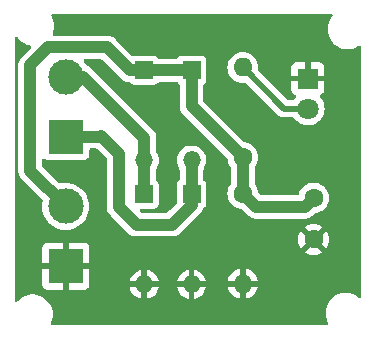
<source format=gbr>
%TF.GenerationSoftware,KiCad,Pcbnew,8.0.7*%
%TF.CreationDate,2025-03-08T23:36:53+05:30*%
%TF.ProjectId,1_AC to DC Converter,315f4143-2074-46f2-9044-4320436f6e76,rev?*%
%TF.SameCoordinates,Original*%
%TF.FileFunction,Copper,L2,Bot*%
%TF.FilePolarity,Positive*%
%FSLAX46Y46*%
G04 Gerber Fmt 4.6, Leading zero omitted, Abs format (unit mm)*
G04 Created by KiCad (PCBNEW 8.0.7) date 2025-03-08 23:36:53*
%MOMM*%
%LPD*%
G01*
G04 APERTURE LIST*
%TA.AperFunction,ComponentPad*%
%ADD10R,1.500000X1.500000*%
%TD*%
%TA.AperFunction,ComponentPad*%
%ADD11O,1.500000X1.500000*%
%TD*%
%TA.AperFunction,ComponentPad*%
%ADD12C,1.600000*%
%TD*%
%TA.AperFunction,ComponentPad*%
%ADD13O,1.600000X1.600000*%
%TD*%
%TA.AperFunction,ComponentPad*%
%ADD14R,3.000000X3.000000*%
%TD*%
%TA.AperFunction,ComponentPad*%
%ADD15C,3.000000*%
%TD*%
%TA.AperFunction,ComponentPad*%
%ADD16R,1.800000X1.800000*%
%TD*%
%TA.AperFunction,ComponentPad*%
%ADD17C,1.800000*%
%TD*%
%TA.AperFunction,Conductor*%
%ADD18C,1.000000*%
%TD*%
%TA.AperFunction,Conductor*%
%ADD19C,0.500000*%
%TD*%
G04 APERTURE END LIST*
D10*
%TO.P,D1,1,K*%
%TO.N,/+VE*%
X139156304Y-79437456D03*
D11*
%TO.P,D1,2,A*%
%TO.N,Net-(D1-A)*%
X139156304Y-87057456D03*
%TD*%
D12*
%TO.P,R2,1*%
%TO.N,/+VE*%
X147500000Y-86810000D03*
D13*
%TO.P,R2,2*%
%TO.N,Net-(D5-A)*%
X147500000Y-79190000D03*
%TD*%
D12*
%TO.P,C1,1*%
%TO.N,/+VE*%
X153500000Y-90244817D03*
%TO.P,C1,2*%
%TO.N,GND*%
X153500000Y-93744817D03*
%TD*%
D14*
%TO.P,J2,1,Pin_1*%
%TO.N,GND*%
X132500000Y-96040000D03*
D15*
%TO.P,J2,2,Pin_2*%
%TO.N,/+VE*%
X132500000Y-90960000D03*
%TD*%
D14*
%TO.P,J1,1,Pin_1*%
%TO.N,Net-(D3-A)*%
X132500000Y-85040000D03*
D15*
%TO.P,J1,2,Pin_2*%
%TO.N,Net-(D1-A)*%
X132500000Y-79960000D03*
%TD*%
D16*
%TO.P,D5,1,K*%
%TO.N,GND*%
X153015879Y-80128838D03*
D17*
%TO.P,D5,2,A*%
%TO.N,Net-(D5-A)*%
X153015879Y-82668838D03*
%TD*%
D10*
%TO.P,D4,1,K*%
%TO.N,Net-(D3-A)*%
X143156304Y-89937456D03*
D11*
%TO.P,D4,2,A*%
%TO.N,GND*%
X143156304Y-97557456D03*
%TD*%
D12*
%TO.P,R1,1*%
%TO.N,/+VE*%
X147500000Y-89870971D03*
D13*
%TO.P,R1,2*%
%TO.N,GND*%
X147500000Y-97490971D03*
%TD*%
D10*
%TO.P,D2,1,K*%
%TO.N,Net-(D1-A)*%
X139156304Y-89937456D03*
D11*
%TO.P,D2,2,A*%
%TO.N,GND*%
X139156304Y-97557456D03*
%TD*%
D10*
%TO.P,D3,1,K*%
%TO.N,/+VE*%
X143156304Y-79437456D03*
D11*
%TO.P,D3,2,A*%
%TO.N,Net-(D3-A)*%
X143156304Y-87057456D03*
%TD*%
D18*
%TO.N,Net-(D1-A)*%
X133960000Y-79960000D02*
X139156304Y-85156304D01*
X139156304Y-85156304D02*
X139156304Y-87057456D01*
X139156304Y-87057456D02*
X139156304Y-89937456D01*
X132500000Y-79960000D02*
X133960000Y-79960000D01*
%TO.N,Net-(D3-A)*%
X138500000Y-92500000D02*
X137000000Y-91000000D01*
X143156304Y-89937456D02*
X143156304Y-90843696D01*
X132500000Y-85040000D02*
X135460000Y-85040000D01*
X143156304Y-90843696D02*
X141500000Y-92500000D01*
X137000000Y-91000000D02*
X137000000Y-86500000D01*
X143156304Y-87057456D02*
X143156304Y-89937456D01*
X137000000Y-86500000D02*
X135500000Y-85000000D01*
X135460000Y-85040000D02*
X135500000Y-85000000D01*
X141500000Y-92500000D02*
X138500000Y-92500000D01*
D19*
%TO.N,Net-(D5-A)*%
X153015879Y-82668838D02*
X150978838Y-82668838D01*
X150978838Y-82668838D02*
X147500000Y-79190000D01*
D18*
%TO.N,/+VE*%
X137937456Y-79437456D02*
X139156304Y-79437456D01*
X129500000Y-79000000D02*
X131000000Y-77500000D01*
X139156304Y-79437456D02*
X143156304Y-79437456D01*
X148629029Y-91000000D02*
X147500000Y-89870971D01*
X136000000Y-77500000D02*
X137937456Y-79437456D01*
X132500000Y-90960000D02*
X129500000Y-87960000D01*
X147500000Y-89870971D02*
X147500000Y-86810000D01*
X143156304Y-82466304D02*
X147500000Y-86810000D01*
X152744817Y-91000000D02*
X148629029Y-91000000D01*
X131000000Y-77500000D02*
X136000000Y-77500000D01*
X153698682Y-90244817D02*
X153500000Y-90244817D01*
X153500000Y-90244817D02*
X152744817Y-91000000D01*
X143156304Y-79437456D02*
X143156304Y-82466304D01*
X129500000Y-87960000D02*
X129500000Y-79000000D01*
%TD*%
%TA.AperFunction,Conductor*%
%TO.N,GND*%
G36*
X155053932Y-74659743D02*
G01*
X155099687Y-74712547D01*
X155109631Y-74781705D01*
X155083841Y-74841368D01*
X154978862Y-74973008D01*
X154977085Y-74975236D01*
X154849652Y-75195957D01*
X154756536Y-75433210D01*
X154756534Y-75433217D01*
X154699821Y-75681693D01*
X154680776Y-75935843D01*
X154680776Y-75935852D01*
X154699821Y-76190002D01*
X154699822Y-76190005D01*
X154756536Y-76438485D01*
X154849651Y-76675736D01*
X154977085Y-76896460D01*
X155135994Y-77095725D01*
X155322827Y-77269080D01*
X155533410Y-77412653D01*
X155533415Y-77412655D01*
X155533416Y-77412656D01*
X155533417Y-77412657D01*
X155651342Y-77469446D01*
X155763036Y-77523235D01*
X155763037Y-77523235D01*
X155763040Y-77523237D01*
X156006586Y-77598361D01*
X156258609Y-77636348D01*
X156513479Y-77636348D01*
X156765502Y-77598361D01*
X157009048Y-77523237D01*
X157238678Y-77412653D01*
X157305649Y-77366992D01*
X157372127Y-77345492D01*
X157439677Y-77363346D01*
X157486851Y-77414885D01*
X157499500Y-77469446D01*
X157499500Y-98558173D01*
X157479815Y-98625212D01*
X157427011Y-98670967D01*
X157357853Y-98680911D01*
X157294297Y-98651886D01*
X157291175Y-98649087D01*
X157285844Y-98644140D01*
X157075261Y-98500567D01*
X157075257Y-98500565D01*
X157075254Y-98500563D01*
X157075253Y-98500562D01*
X156845633Y-98389984D01*
X156845635Y-98389984D01*
X156602093Y-98314861D01*
X156602089Y-98314860D01*
X156602085Y-98314859D01*
X156480858Y-98296586D01*
X156350067Y-98276872D01*
X156350062Y-98276872D01*
X156095192Y-98276872D01*
X156095186Y-98276872D01*
X155938236Y-98300529D01*
X155843169Y-98314859D01*
X155843166Y-98314860D01*
X155843160Y-98314861D01*
X155599619Y-98389984D01*
X155370000Y-98500562D01*
X155369999Y-98500563D01*
X155159409Y-98644140D01*
X154972579Y-98817493D01*
X154972577Y-98817495D01*
X154813668Y-99016760D01*
X154686235Y-99237481D01*
X154593119Y-99474734D01*
X154593117Y-99474741D01*
X154536404Y-99723217D01*
X154517359Y-99977367D01*
X154517359Y-99977376D01*
X154536404Y-100231526D01*
X154564305Y-100353770D01*
X154593119Y-100480009D01*
X154652542Y-100631416D01*
X154686235Y-100717262D01*
X154741798Y-100813500D01*
X154758271Y-100881400D01*
X154735418Y-100947427D01*
X154680497Y-100990618D01*
X154634411Y-100999500D01*
X131364887Y-100999500D01*
X131297848Y-100979815D01*
X131252093Y-100927011D01*
X131242149Y-100857853D01*
X131249459Y-100830198D01*
X131338920Y-100602255D01*
X131338919Y-100602255D01*
X131338922Y-100602250D01*
X131395636Y-100353770D01*
X131403798Y-100244845D01*
X131414682Y-100099617D01*
X131414682Y-100099608D01*
X131395636Y-99845458D01*
X131387536Y-99809971D01*
X131338922Y-99596976D01*
X131245807Y-99359725D01*
X131118373Y-99139001D01*
X130959464Y-98939736D01*
X130772631Y-98766381D01*
X130562048Y-98622808D01*
X130562044Y-98622806D01*
X130562041Y-98622804D01*
X130562040Y-98622803D01*
X130332420Y-98512225D01*
X130332422Y-98512225D01*
X130088880Y-98437102D01*
X130088876Y-98437101D01*
X130088872Y-98437100D01*
X129967645Y-98418827D01*
X129836854Y-98399113D01*
X129836849Y-98399113D01*
X129581979Y-98399113D01*
X129581973Y-98399113D01*
X129425023Y-98422770D01*
X129329956Y-98437100D01*
X129329953Y-98437101D01*
X129329947Y-98437102D01*
X129086406Y-98512225D01*
X128856787Y-98622803D01*
X128856786Y-98622804D01*
X128646196Y-98766381D01*
X128459366Y-98939734D01*
X128459364Y-98939736D01*
X128421043Y-98987789D01*
X128363854Y-99027929D01*
X128294042Y-99030779D01*
X128233773Y-98995433D01*
X128202180Y-98933114D01*
X128200096Y-98910476D01*
X128200096Y-94492155D01*
X130500000Y-94492155D01*
X130500000Y-95790000D01*
X131780936Y-95790000D01*
X131769207Y-95818316D01*
X131740000Y-95965147D01*
X131740000Y-96114853D01*
X131769207Y-96261684D01*
X131780936Y-96290000D01*
X130500000Y-96290000D01*
X130500000Y-97587844D01*
X130506401Y-97647372D01*
X130506403Y-97647379D01*
X130556645Y-97782086D01*
X130556649Y-97782093D01*
X130642809Y-97897187D01*
X130642812Y-97897190D01*
X130757906Y-97983350D01*
X130757913Y-97983354D01*
X130892620Y-98033596D01*
X130892627Y-98033598D01*
X130952155Y-98039999D01*
X130952172Y-98040000D01*
X132250000Y-98040000D01*
X132250000Y-96759064D01*
X132278316Y-96770793D01*
X132425147Y-96800000D01*
X132574853Y-96800000D01*
X132721684Y-96770793D01*
X132750000Y-96759064D01*
X132750000Y-98040000D01*
X134047828Y-98040000D01*
X134047844Y-98039999D01*
X134107372Y-98033598D01*
X134107379Y-98033596D01*
X134242086Y-97983354D01*
X134242093Y-97983350D01*
X134357187Y-97897190D01*
X134357190Y-97897187D01*
X134443350Y-97782093D01*
X134443354Y-97782086D01*
X134493596Y-97647379D01*
X134493598Y-97647372D01*
X134499999Y-97587844D01*
X134500000Y-97587827D01*
X134500000Y-97307455D01*
X137929195Y-97307455D01*
X137929196Y-97307456D01*
X138875974Y-97307456D01*
X138856229Y-97327201D01*
X138806860Y-97412711D01*
X138781304Y-97508086D01*
X138781304Y-97606826D01*
X138806860Y-97702201D01*
X138856229Y-97787711D01*
X138875974Y-97807456D01*
X137929196Y-97807456D01*
X137977198Y-97986606D01*
X137977202Y-97986615D01*
X138069637Y-98184843D01*
X138195091Y-98364010D01*
X138349749Y-98518668D01*
X138528916Y-98644122D01*
X138727147Y-98736559D01*
X138906304Y-98784562D01*
X138906304Y-97837786D01*
X138926049Y-97857531D01*
X139011559Y-97906900D01*
X139106934Y-97932456D01*
X139205674Y-97932456D01*
X139301049Y-97906900D01*
X139386559Y-97857531D01*
X139406304Y-97837786D01*
X139406304Y-98784561D01*
X139585460Y-98736559D01*
X139585461Y-98736559D01*
X139783691Y-98644122D01*
X139962858Y-98518668D01*
X140117516Y-98364010D01*
X140242970Y-98184843D01*
X140335405Y-97986615D01*
X140335409Y-97986606D01*
X140383412Y-97807456D01*
X139436634Y-97807456D01*
X139456379Y-97787711D01*
X139505748Y-97702201D01*
X139531304Y-97606826D01*
X139531304Y-97508086D01*
X139505748Y-97412711D01*
X139456379Y-97327201D01*
X139436634Y-97307456D01*
X140383412Y-97307456D01*
X140383412Y-97307455D01*
X141929195Y-97307455D01*
X141929196Y-97307456D01*
X142875974Y-97307456D01*
X142856229Y-97327201D01*
X142806860Y-97412711D01*
X142781304Y-97508086D01*
X142781304Y-97606826D01*
X142806860Y-97702201D01*
X142856229Y-97787711D01*
X142875974Y-97807456D01*
X141929196Y-97807456D01*
X141977198Y-97986606D01*
X141977202Y-97986615D01*
X142069637Y-98184843D01*
X142195091Y-98364010D01*
X142349749Y-98518668D01*
X142528916Y-98644122D01*
X142727147Y-98736559D01*
X142906304Y-98784562D01*
X142906304Y-97837786D01*
X142926049Y-97857531D01*
X143011559Y-97906900D01*
X143106934Y-97932456D01*
X143205674Y-97932456D01*
X143301049Y-97906900D01*
X143386559Y-97857531D01*
X143406304Y-97837786D01*
X143406304Y-98784561D01*
X143585460Y-98736559D01*
X143585461Y-98736559D01*
X143783691Y-98644122D01*
X143962858Y-98518668D01*
X144117516Y-98364010D01*
X144242970Y-98184843D01*
X144335405Y-97986615D01*
X144335409Y-97986606D01*
X144383412Y-97807456D01*
X143436634Y-97807456D01*
X143456379Y-97787711D01*
X143505748Y-97702201D01*
X143531304Y-97606826D01*
X143531304Y-97508086D01*
X143505748Y-97412711D01*
X143456379Y-97327201D01*
X143436634Y-97307456D01*
X144383412Y-97307456D01*
X144383412Y-97307455D01*
X144365597Y-97240970D01*
X146221127Y-97240970D01*
X146221128Y-97240971D01*
X147184314Y-97240971D01*
X147179920Y-97245365D01*
X147127259Y-97336577D01*
X147100000Y-97438310D01*
X147100000Y-97543632D01*
X147127259Y-97645365D01*
X147179920Y-97736577D01*
X147184314Y-97740971D01*
X146221128Y-97740971D01*
X146273730Y-97937288D01*
X146273734Y-97937297D01*
X146369865Y-98143453D01*
X146500342Y-98329791D01*
X146661179Y-98490628D01*
X146847517Y-98621105D01*
X147053673Y-98717236D01*
X147053682Y-98717240D01*
X147249999Y-98769843D01*
X147250000Y-98769842D01*
X147250000Y-97806657D01*
X147254394Y-97811051D01*
X147345606Y-97863712D01*
X147447339Y-97890971D01*
X147552661Y-97890971D01*
X147654394Y-97863712D01*
X147745606Y-97811051D01*
X147750000Y-97806657D01*
X147750000Y-98769843D01*
X147946317Y-98717240D01*
X147946326Y-98717236D01*
X148152482Y-98621105D01*
X148338820Y-98490628D01*
X148499657Y-98329791D01*
X148630134Y-98143453D01*
X148726265Y-97937297D01*
X148726269Y-97937288D01*
X148778872Y-97740971D01*
X147815686Y-97740971D01*
X147820080Y-97736577D01*
X147872741Y-97645365D01*
X147900000Y-97543632D01*
X147900000Y-97438310D01*
X147872741Y-97336577D01*
X147820080Y-97245365D01*
X147815686Y-97240971D01*
X148778872Y-97240971D01*
X148778872Y-97240970D01*
X148726269Y-97044653D01*
X148726265Y-97044644D01*
X148630134Y-96838488D01*
X148499657Y-96652150D01*
X148338820Y-96491313D01*
X148152482Y-96360836D01*
X147946328Y-96264705D01*
X147750000Y-96212098D01*
X147750000Y-97175285D01*
X147745606Y-97170891D01*
X147654394Y-97118230D01*
X147552661Y-97090971D01*
X147447339Y-97090971D01*
X147345606Y-97118230D01*
X147254394Y-97170891D01*
X147250000Y-97175285D01*
X147250000Y-96212098D01*
X147053671Y-96264705D01*
X146847517Y-96360836D01*
X146661179Y-96491313D01*
X146500342Y-96652150D01*
X146369865Y-96838488D01*
X146273734Y-97044644D01*
X146273730Y-97044653D01*
X146221127Y-97240970D01*
X144365597Y-97240970D01*
X144335409Y-97128305D01*
X144335405Y-97128296D01*
X144242970Y-96930068D01*
X144242968Y-96930064D01*
X144117520Y-96750906D01*
X144117515Y-96750900D01*
X143962858Y-96596243D01*
X143783691Y-96470789D01*
X143585463Y-96378354D01*
X143585454Y-96378350D01*
X143406304Y-96330347D01*
X143406304Y-97277126D01*
X143386559Y-97257381D01*
X143301049Y-97208012D01*
X143205674Y-97182456D01*
X143106934Y-97182456D01*
X143011559Y-97208012D01*
X142926049Y-97257381D01*
X142906304Y-97277126D01*
X142906304Y-96330348D01*
X142906303Y-96330347D01*
X142727153Y-96378350D01*
X142727144Y-96378354D01*
X142528916Y-96470789D01*
X142528912Y-96470791D01*
X142349754Y-96596239D01*
X142349748Y-96596244D01*
X142195092Y-96750900D01*
X142195087Y-96750906D01*
X142069639Y-96930064D01*
X142069637Y-96930068D01*
X141977202Y-97128296D01*
X141977198Y-97128305D01*
X141929195Y-97307455D01*
X140383412Y-97307455D01*
X140335409Y-97128305D01*
X140335405Y-97128296D01*
X140242970Y-96930068D01*
X140242968Y-96930064D01*
X140117520Y-96750906D01*
X140117515Y-96750900D01*
X139962858Y-96596243D01*
X139783691Y-96470789D01*
X139585463Y-96378354D01*
X139585454Y-96378350D01*
X139406304Y-96330347D01*
X139406304Y-97277126D01*
X139386559Y-97257381D01*
X139301049Y-97208012D01*
X139205674Y-97182456D01*
X139106934Y-97182456D01*
X139011559Y-97208012D01*
X138926049Y-97257381D01*
X138906304Y-97277126D01*
X138906304Y-96330348D01*
X138906303Y-96330347D01*
X138727153Y-96378350D01*
X138727144Y-96378354D01*
X138528916Y-96470789D01*
X138528912Y-96470791D01*
X138349754Y-96596239D01*
X138349748Y-96596244D01*
X138195092Y-96750900D01*
X138195087Y-96750906D01*
X138069639Y-96930064D01*
X138069637Y-96930068D01*
X137977202Y-97128296D01*
X137977198Y-97128305D01*
X137929195Y-97307455D01*
X134500000Y-97307455D01*
X134500000Y-96290000D01*
X133219064Y-96290000D01*
X133230793Y-96261684D01*
X133260000Y-96114853D01*
X133260000Y-95965147D01*
X133230793Y-95818316D01*
X133219064Y-95790000D01*
X134500000Y-95790000D01*
X134500000Y-94492172D01*
X134499999Y-94492155D01*
X134493598Y-94432627D01*
X134493596Y-94432620D01*
X134443354Y-94297913D01*
X134443350Y-94297906D01*
X134357190Y-94182812D01*
X134357187Y-94182809D01*
X134242093Y-94096649D01*
X134242086Y-94096645D01*
X134107379Y-94046403D01*
X134107372Y-94046401D01*
X134047844Y-94040000D01*
X132750000Y-94040000D01*
X132750000Y-95320935D01*
X132721684Y-95309207D01*
X132574853Y-95280000D01*
X132425147Y-95280000D01*
X132278316Y-95309207D01*
X132250000Y-95320935D01*
X132250000Y-94040000D01*
X130952155Y-94040000D01*
X130892627Y-94046401D01*
X130892620Y-94046403D01*
X130757913Y-94096645D01*
X130757906Y-94096649D01*
X130642812Y-94182809D01*
X130642809Y-94182812D01*
X130556649Y-94297906D01*
X130556645Y-94297913D01*
X130506403Y-94432620D01*
X130506401Y-94432627D01*
X130500000Y-94492155D01*
X128200096Y-94492155D01*
X128200096Y-93744814D01*
X152195034Y-93744814D01*
X152195034Y-93744819D01*
X152214858Y-93971416D01*
X152214860Y-93971427D01*
X152273730Y-94191134D01*
X152273735Y-94191148D01*
X152369863Y-94397295D01*
X152420974Y-94470289D01*
X153100000Y-93791263D01*
X153100000Y-93797478D01*
X153127259Y-93899211D01*
X153179920Y-93990423D01*
X153254394Y-94064897D01*
X153345606Y-94117558D01*
X153447339Y-94144817D01*
X153453553Y-94144817D01*
X152774526Y-94823842D01*
X152847513Y-94874949D01*
X152847521Y-94874953D01*
X153053668Y-94971081D01*
X153053682Y-94971086D01*
X153273389Y-95029956D01*
X153273400Y-95029958D01*
X153499998Y-95049783D01*
X153500002Y-95049783D01*
X153726599Y-95029958D01*
X153726610Y-95029956D01*
X153946317Y-94971086D01*
X153946331Y-94971081D01*
X154152478Y-94874953D01*
X154225471Y-94823841D01*
X153546447Y-94144817D01*
X153552661Y-94144817D01*
X153654394Y-94117558D01*
X153745606Y-94064897D01*
X153820080Y-93990423D01*
X153872741Y-93899211D01*
X153900000Y-93797478D01*
X153900000Y-93791264D01*
X154579024Y-94470288D01*
X154630136Y-94397295D01*
X154726264Y-94191148D01*
X154726269Y-94191134D01*
X154785139Y-93971427D01*
X154785141Y-93971416D01*
X154804966Y-93744819D01*
X154804966Y-93744814D01*
X154785141Y-93518217D01*
X154785139Y-93518206D01*
X154726269Y-93298499D01*
X154726264Y-93298485D01*
X154630136Y-93092338D01*
X154630132Y-93092330D01*
X154579025Y-93019343D01*
X153900000Y-93698368D01*
X153900000Y-93692156D01*
X153872741Y-93590423D01*
X153820080Y-93499211D01*
X153745606Y-93424737D01*
X153654394Y-93372076D01*
X153552661Y-93344817D01*
X153546445Y-93344817D01*
X154225472Y-92665791D01*
X154152478Y-92614680D01*
X153946331Y-92518552D01*
X153946317Y-92518547D01*
X153726610Y-92459677D01*
X153726599Y-92459675D01*
X153500002Y-92439851D01*
X153499998Y-92439851D01*
X153273400Y-92459675D01*
X153273389Y-92459677D01*
X153053682Y-92518547D01*
X153053673Y-92518551D01*
X152847516Y-92614683D01*
X152847512Y-92614685D01*
X152774526Y-92665790D01*
X152774526Y-92665791D01*
X153453553Y-93344817D01*
X153447339Y-93344817D01*
X153345606Y-93372076D01*
X153254394Y-93424737D01*
X153179920Y-93499211D01*
X153127259Y-93590423D01*
X153100000Y-93692156D01*
X153100000Y-93698369D01*
X152420974Y-93019343D01*
X152420973Y-93019343D01*
X152369868Y-93092329D01*
X152369866Y-93092333D01*
X152273734Y-93298490D01*
X152273730Y-93298499D01*
X152214860Y-93518206D01*
X152214858Y-93518217D01*
X152195034Y-93744814D01*
X128200096Y-93744814D01*
X128200096Y-76700843D01*
X128219781Y-76633804D01*
X128272585Y-76588049D01*
X128341743Y-76578105D01*
X128405299Y-76607130D01*
X128421064Y-76624842D01*
X128421630Y-76624392D01*
X128424522Y-76628018D01*
X128424523Y-76628020D01*
X128583432Y-76827285D01*
X128770265Y-77000640D01*
X128980848Y-77144213D01*
X128980853Y-77144215D01*
X128980854Y-77144216D01*
X128980855Y-77144217D01*
X129102810Y-77202946D01*
X129210474Y-77254795D01*
X129210475Y-77254795D01*
X129210478Y-77254797D01*
X129454024Y-77329921D01*
X129472829Y-77332755D01*
X129536182Y-77362208D01*
X129573558Y-77421240D01*
X129573085Y-77491108D01*
X129542028Y-77543050D01*
X129200547Y-77884532D01*
X128862220Y-78222859D01*
X128862218Y-78222861D01*
X128792538Y-78292540D01*
X128722859Y-78362219D01*
X128613371Y-78526080D01*
X128613364Y-78526093D01*
X128579833Y-78607047D01*
X128579833Y-78607048D01*
X128541824Y-78698810D01*
X128537949Y-78708164D01*
X128528153Y-78757411D01*
X128528153Y-78757412D01*
X128499500Y-78901456D01*
X128499500Y-88058544D01*
X128537947Y-88251833D01*
X128537949Y-88251837D01*
X128560038Y-88305164D01*
X128613366Y-88433911D01*
X128613371Y-88433920D01*
X128722859Y-88597780D01*
X128722860Y-88597781D01*
X128722861Y-88597782D01*
X128862218Y-88737139D01*
X128862219Y-88737139D01*
X128869286Y-88744206D01*
X128869285Y-88744206D01*
X128869289Y-88744209D01*
X130517819Y-90392740D01*
X130551304Y-90454063D01*
X130551304Y-90506779D01*
X130514805Y-90674564D01*
X130514804Y-90674571D01*
X130494390Y-90959998D01*
X130494390Y-90960001D01*
X130514804Y-91245433D01*
X130575628Y-91525037D01*
X130575630Y-91525043D01*
X130575631Y-91525046D01*
X130672293Y-91784206D01*
X130675635Y-91793166D01*
X130812770Y-92044309D01*
X130812775Y-92044317D01*
X130984254Y-92273387D01*
X130984270Y-92273405D01*
X131186594Y-92475729D01*
X131186612Y-92475745D01*
X131415682Y-92647224D01*
X131415690Y-92647229D01*
X131666833Y-92784364D01*
X131666832Y-92784364D01*
X131666836Y-92784365D01*
X131666839Y-92784367D01*
X131934954Y-92884369D01*
X131934960Y-92884370D01*
X131934962Y-92884371D01*
X132214566Y-92945195D01*
X132214568Y-92945195D01*
X132214572Y-92945196D01*
X132468220Y-92963337D01*
X132499999Y-92965610D01*
X132500000Y-92965610D01*
X132500001Y-92965610D01*
X132528595Y-92963564D01*
X132785428Y-92945196D01*
X133065046Y-92884369D01*
X133333161Y-92784367D01*
X133584315Y-92647226D01*
X133813395Y-92475739D01*
X134015739Y-92273395D01*
X134187226Y-92044315D01*
X134324367Y-91793161D01*
X134424369Y-91525046D01*
X134485196Y-91245428D01*
X134505610Y-90960000D01*
X134485196Y-90674572D01*
X134485194Y-90674564D01*
X134424371Y-90394962D01*
X134424370Y-90394960D01*
X134424369Y-90394954D01*
X134324367Y-90126839D01*
X134308438Y-90097668D01*
X134187229Y-89875690D01*
X134187224Y-89875682D01*
X134015745Y-89646612D01*
X134015729Y-89646594D01*
X133813405Y-89444270D01*
X133813387Y-89444254D01*
X133584317Y-89272775D01*
X133584309Y-89272770D01*
X133333166Y-89135635D01*
X133333167Y-89135635D01*
X133183928Y-89079972D01*
X133065046Y-89035631D01*
X133065043Y-89035630D01*
X133065037Y-89035628D01*
X132785433Y-88974804D01*
X132500001Y-88954390D01*
X132499999Y-88954390D01*
X132214571Y-88974804D01*
X132214564Y-88974805D01*
X132046779Y-89011304D01*
X131977087Y-89006320D01*
X131932740Y-88977819D01*
X130536819Y-87581898D01*
X130503334Y-87520575D01*
X130500500Y-87494217D01*
X130500500Y-87039001D01*
X130520185Y-86971962D01*
X130572989Y-86926207D01*
X130642147Y-86916263D01*
X130698810Y-86939734D01*
X130757665Y-86983793D01*
X130757668Y-86983795D01*
X130757671Y-86983797D01*
X130892517Y-87034091D01*
X130892516Y-87034091D01*
X130899444Y-87034835D01*
X130952127Y-87040500D01*
X134047872Y-87040499D01*
X134107483Y-87034091D01*
X134242331Y-86983796D01*
X134357546Y-86897546D01*
X134443796Y-86782331D01*
X134494091Y-86647483D01*
X134500500Y-86587873D01*
X134500500Y-86164500D01*
X134520185Y-86097461D01*
X134572989Y-86051706D01*
X134624500Y-86040500D01*
X135074218Y-86040500D01*
X135141257Y-86060185D01*
X135161899Y-86076819D01*
X135963181Y-86878101D01*
X135996666Y-86939424D01*
X135999500Y-86965782D01*
X135999500Y-91098543D01*
X136011050Y-91156606D01*
X136011050Y-91156607D01*
X136029992Y-91251836D01*
X136037947Y-91291829D01*
X136037949Y-91291837D01*
X136113364Y-91473907D01*
X136113371Y-91473920D01*
X136222859Y-91637780D01*
X136222860Y-91637781D01*
X136222861Y-91637782D01*
X136362218Y-91777139D01*
X136362219Y-91777139D01*
X136369286Y-91784206D01*
X136369285Y-91784206D01*
X136369288Y-91784208D01*
X137722860Y-93137781D01*
X137722861Y-93137782D01*
X137862218Y-93277139D01*
X137862219Y-93277140D01*
X137963505Y-93344817D01*
X138026086Y-93386632D01*
X138132745Y-93430811D01*
X138208164Y-93462051D01*
X138394979Y-93499211D01*
X138401454Y-93500499D01*
X138401457Y-93500500D01*
X138401459Y-93500500D01*
X141598542Y-93500500D01*
X141617870Y-93496655D01*
X141695188Y-93481275D01*
X141791836Y-93462051D01*
X141845165Y-93439961D01*
X141973914Y-93386632D01*
X142137782Y-93277139D01*
X142277139Y-93137782D01*
X142277139Y-93137780D01*
X142287347Y-93127573D01*
X142287348Y-93127570D01*
X143933444Y-91481477D01*
X144042936Y-91317610D01*
X144095056Y-91191778D01*
X144138894Y-91137379D01*
X144147782Y-91131889D01*
X144148630Y-91131253D01*
X144148635Y-91131252D01*
X144263850Y-91045002D01*
X144350100Y-90929787D01*
X144400395Y-90794939D01*
X144406804Y-90735329D01*
X144406803Y-89139584D01*
X144400395Y-89079973D01*
X144393102Y-89060420D01*
X144350101Y-88945127D01*
X144350097Y-88945120D01*
X144263852Y-88829913D01*
X144263850Y-88829910D01*
X144263846Y-88829907D01*
X144206492Y-88786971D01*
X144164622Y-88731037D01*
X144156804Y-88687705D01*
X144156804Y-87847872D01*
X144176489Y-87780833D01*
X144179214Y-87776769D01*
X144243406Y-87685095D01*
X144335879Y-87486786D01*
X144392511Y-87275433D01*
X144411581Y-87057456D01*
X144410097Y-87040499D01*
X144405137Y-86983796D01*
X144392511Y-86839479D01*
X144341066Y-86647483D01*
X144335881Y-86628133D01*
X144335880Y-86628132D01*
X144335879Y-86628126D01*
X144243406Y-86429818D01*
X144243404Y-86429815D01*
X144243403Y-86429813D01*
X144117903Y-86250580D01*
X144042597Y-86175274D01*
X143963181Y-86095858D01*
X143783943Y-85970354D01*
X143783944Y-85970354D01*
X143783942Y-85970353D01*
X143684788Y-85924117D01*
X143585634Y-85877881D01*
X143585630Y-85877880D01*
X143585626Y-85877878D01*
X143374281Y-85821249D01*
X143156306Y-85802179D01*
X143156302Y-85802179D01*
X143010986Y-85814892D01*
X142938327Y-85821249D01*
X142938324Y-85821249D01*
X142726981Y-85877878D01*
X142726972Y-85877882D01*
X142528665Y-85970354D01*
X142528661Y-85970356D01*
X142349425Y-86095858D01*
X142194706Y-86250577D01*
X142069204Y-86429813D01*
X142069202Y-86429817D01*
X141976730Y-86628124D01*
X141976726Y-86628133D01*
X141920097Y-86839476D01*
X141920097Y-86839480D01*
X141902511Y-87040499D01*
X141901027Y-87057456D01*
X141918440Y-87256497D01*
X141920097Y-87275431D01*
X141920097Y-87275435D01*
X141976726Y-87486778D01*
X141976728Y-87486782D01*
X141976729Y-87486786D01*
X141992485Y-87520575D01*
X142069201Y-87685094D01*
X142089833Y-87714559D01*
X142133379Y-87776749D01*
X142155706Y-87842954D01*
X142155804Y-87847872D01*
X142155804Y-88687705D01*
X142136119Y-88754744D01*
X142106116Y-88786971D01*
X142048761Y-88829907D01*
X142048755Y-88829913D01*
X141962510Y-88945120D01*
X141962506Y-88945127D01*
X141912212Y-89079973D01*
X141906228Y-89135635D01*
X141905805Y-89139579D01*
X141905804Y-89139591D01*
X141905804Y-90627912D01*
X141886119Y-90694951D01*
X141869485Y-90715593D01*
X141655295Y-90929784D01*
X141293243Y-91291837D01*
X141121899Y-91463181D01*
X141060576Y-91496666D01*
X141034218Y-91499500D01*
X138965783Y-91499500D01*
X138898744Y-91479815D01*
X138878102Y-91463181D01*
X138814557Y-91399636D01*
X138781072Y-91338313D01*
X138786056Y-91268621D01*
X138827928Y-91212688D01*
X138893392Y-91188271D01*
X138902238Y-91187955D01*
X139954175Y-91187955D01*
X139954176Y-91187955D01*
X140013787Y-91181547D01*
X140148635Y-91131252D01*
X140263850Y-91045002D01*
X140350100Y-90929787D01*
X140400395Y-90794939D01*
X140406804Y-90735329D01*
X140406803Y-89139584D01*
X140400395Y-89079973D01*
X140393102Y-89060420D01*
X140350101Y-88945127D01*
X140350097Y-88945120D01*
X140263852Y-88829913D01*
X140263850Y-88829910D01*
X140263846Y-88829907D01*
X140206492Y-88786971D01*
X140164622Y-88731037D01*
X140156804Y-88687705D01*
X140156804Y-87847872D01*
X140176489Y-87780833D01*
X140179214Y-87776769D01*
X140243406Y-87685095D01*
X140335879Y-87486786D01*
X140392511Y-87275433D01*
X140411581Y-87057456D01*
X140410097Y-87040499D01*
X140405137Y-86983796D01*
X140392511Y-86839479D01*
X140341066Y-86647483D01*
X140335881Y-86628133D01*
X140335880Y-86628132D01*
X140335879Y-86628126D01*
X140243406Y-86429818D01*
X140243404Y-86429815D01*
X140243403Y-86429813D01*
X140179229Y-86338163D01*
X140156902Y-86271957D01*
X140156804Y-86267040D01*
X140156804Y-85260979D01*
X140156805Y-85260958D01*
X140156805Y-85057761D01*
X140156804Y-85057759D01*
X140118357Y-84864476D01*
X140118356Y-84864469D01*
X140042936Y-84682390D01*
X140042935Y-84682389D01*
X140042932Y-84682383D01*
X139933444Y-84518523D01*
X139933441Y-84518519D01*
X134744209Y-79329289D01*
X134744206Y-79329285D01*
X134744206Y-79329286D01*
X134737139Y-79322219D01*
X134737139Y-79322218D01*
X134597782Y-79182861D01*
X134597781Y-79182860D01*
X134597780Y-79182859D01*
X134433920Y-79073371D01*
X134433910Y-79073366D01*
X134305165Y-79020038D01*
X134305165Y-79020037D01*
X134295031Y-79015840D01*
X134240627Y-78971999D01*
X134233651Y-78960705D01*
X134187232Y-78875695D01*
X134187224Y-78875682D01*
X134054820Y-78698810D01*
X134030403Y-78633346D01*
X134045255Y-78565073D01*
X134094660Y-78515668D01*
X134154087Y-78500500D01*
X135534218Y-78500500D01*
X135601257Y-78520185D01*
X135621899Y-78536819D01*
X137299671Y-80214593D01*
X137299675Y-80214596D01*
X137463535Y-80324084D01*
X137463541Y-80324087D01*
X137463542Y-80324088D01*
X137645621Y-80399508D01*
X137797828Y-80429784D01*
X137838911Y-80437956D01*
X137838914Y-80437957D01*
X137838916Y-80437957D01*
X137906555Y-80437957D01*
X137973594Y-80457642D01*
X138005819Y-80487643D01*
X138048758Y-80545002D01*
X138093957Y-80578838D01*
X138163968Y-80631249D01*
X138163975Y-80631253D01*
X138298821Y-80681547D01*
X138298820Y-80681547D01*
X138305748Y-80682291D01*
X138358431Y-80687956D01*
X139954176Y-80687955D01*
X140013787Y-80681547D01*
X140148635Y-80631252D01*
X140263850Y-80545002D01*
X140290531Y-80509359D01*
X140306789Y-80487644D01*
X140362723Y-80445774D01*
X140406055Y-80437956D01*
X141906553Y-80437956D01*
X141973592Y-80457641D01*
X142005819Y-80487644D01*
X142048755Y-80544998D01*
X142048759Y-80545003D01*
X142052991Y-80548171D01*
X142093957Y-80578838D01*
X142106114Y-80587938D01*
X142147986Y-80643871D01*
X142155804Y-80687205D01*
X142155804Y-82564845D01*
X142155804Y-82564847D01*
X142155803Y-82564847D01*
X142194251Y-82758133D01*
X142194254Y-82758143D01*
X142269668Y-82940211D01*
X142269675Y-82940224D01*
X142379164Y-83104085D01*
X142379167Y-83104089D01*
X142522841Y-83247763D01*
X142522863Y-83247783D01*
X146173111Y-86898031D01*
X146206596Y-86959354D01*
X146208958Y-86974902D01*
X146214364Y-87036688D01*
X146214366Y-87036697D01*
X146273258Y-87256488D01*
X146273261Y-87256497D01*
X146282092Y-87275435D01*
X146369432Y-87462734D01*
X146421967Y-87537763D01*
X146477075Y-87616465D01*
X146499402Y-87682671D01*
X146499500Y-87687588D01*
X146499500Y-88993381D01*
X146479815Y-89060420D01*
X146477076Y-89064503D01*
X146369431Y-89218238D01*
X146273261Y-89424473D01*
X146273258Y-89424482D01*
X146214366Y-89644273D01*
X146214364Y-89644284D01*
X146194532Y-89870969D01*
X146194532Y-89870972D01*
X146214364Y-90097657D01*
X146214366Y-90097668D01*
X146273258Y-90317459D01*
X146273261Y-90317468D01*
X146369431Y-90523703D01*
X146369432Y-90523705D01*
X146499954Y-90710112D01*
X146660858Y-90871016D01*
X146660861Y-90871018D01*
X146847266Y-91001539D01*
X147053504Y-91097710D01*
X147053509Y-91097711D01*
X147053511Y-91097712D01*
X147106415Y-91111887D01*
X147273308Y-91156606D01*
X147335094Y-91162011D01*
X147400161Y-91187463D01*
X147411967Y-91197858D01*
X147848764Y-91634655D01*
X147848793Y-91634686D01*
X147991243Y-91777136D01*
X147991247Y-91777139D01*
X148155108Y-91886628D01*
X148155121Y-91886635D01*
X148283862Y-91939961D01*
X148326773Y-91957735D01*
X148337193Y-91962051D01*
X148433841Y-91981275D01*
X148482164Y-91990887D01*
X148530487Y-92000500D01*
X148530488Y-92000500D01*
X152843359Y-92000500D01*
X152862687Y-91996655D01*
X152940005Y-91981275D01*
X153036653Y-91962051D01*
X153089982Y-91939961D01*
X153218731Y-91886632D01*
X153382599Y-91777139D01*
X153521956Y-91637782D01*
X153521957Y-91637779D01*
X153529023Y-91630714D01*
X153529026Y-91630710D01*
X153588033Y-91571702D01*
X153649354Y-91538219D01*
X153664898Y-91535858D01*
X153726692Y-91530452D01*
X153946496Y-91471556D01*
X154152734Y-91375385D01*
X154339139Y-91244864D01*
X154500047Y-91083956D01*
X154630568Y-90897551D01*
X154726739Y-90691313D01*
X154785635Y-90471509D01*
X154805468Y-90244817D01*
X154785635Y-90018125D01*
X154726739Y-89798321D01*
X154630568Y-89592083D01*
X154500047Y-89405678D01*
X154500045Y-89405675D01*
X154339141Y-89244771D01*
X154152734Y-89114249D01*
X154152732Y-89114248D01*
X153946497Y-89018078D01*
X153946488Y-89018075D01*
X153726697Y-88959183D01*
X153726693Y-88959182D01*
X153726692Y-88959182D01*
X153726691Y-88959181D01*
X153726686Y-88959181D01*
X153500002Y-88939349D01*
X153499998Y-88939349D01*
X153273313Y-88959181D01*
X153273302Y-88959183D01*
X153053511Y-89018075D01*
X153053502Y-89018078D01*
X152847267Y-89114248D01*
X152847265Y-89114249D01*
X152660858Y-89244771D01*
X152499954Y-89405675D01*
X152369432Y-89592082D01*
X152369431Y-89592084D01*
X152273261Y-89798319D01*
X152273258Y-89798328D01*
X152243982Y-89907593D01*
X152207617Y-89967253D01*
X152144771Y-89997783D01*
X152124207Y-89999500D01*
X149094811Y-89999500D01*
X149027772Y-89979815D01*
X149007130Y-89963181D01*
X148826887Y-89782938D01*
X148793402Y-89721615D01*
X148791040Y-89706064D01*
X148785837Y-89646594D01*
X148785635Y-89644279D01*
X148726739Y-89424475D01*
X148630568Y-89218237D01*
X148522924Y-89064503D01*
X148500597Y-88998297D01*
X148500500Y-88993381D01*
X148500500Y-87687588D01*
X148520185Y-87620549D01*
X148522925Y-87616465D01*
X148547129Y-87581898D01*
X148630568Y-87462734D01*
X148726739Y-87256496D01*
X148785635Y-87036692D01*
X148805468Y-86810000D01*
X148785635Y-86583308D01*
X148726739Y-86363504D01*
X148630568Y-86157266D01*
X148500047Y-85970861D01*
X148500045Y-85970858D01*
X148339141Y-85809954D01*
X148152734Y-85679432D01*
X148152732Y-85679431D01*
X147946497Y-85583261D01*
X147946488Y-85583258D01*
X147726697Y-85524366D01*
X147726688Y-85524364D01*
X147664902Y-85518958D01*
X147599834Y-85493504D01*
X147588031Y-85483111D01*
X144193123Y-82088203D01*
X144159638Y-82026880D01*
X144156804Y-82000522D01*
X144156804Y-80687205D01*
X144176489Y-80620166D01*
X144206494Y-80587938D01*
X144263850Y-80545002D01*
X144350100Y-80429787D01*
X144400395Y-80294939D01*
X144406804Y-80235329D01*
X144406803Y-79189998D01*
X146194532Y-79189998D01*
X146194532Y-79190001D01*
X146214364Y-79416686D01*
X146214366Y-79416697D01*
X146273258Y-79636488D01*
X146273261Y-79636497D01*
X146369431Y-79842732D01*
X146369432Y-79842734D01*
X146499954Y-80029141D01*
X146660858Y-80190045D01*
X146660861Y-80190047D01*
X146847266Y-80320568D01*
X147053504Y-80416739D01*
X147273308Y-80475635D01*
X147425248Y-80488928D01*
X147499998Y-80495468D01*
X147500000Y-80495468D01*
X147500001Y-80495468D01*
X147520062Y-80493712D01*
X147666861Y-80480869D01*
X147735359Y-80494635D01*
X147765348Y-80516716D01*
X150500416Y-83251785D01*
X150500419Y-83251788D01*
X150500422Y-83251790D01*
X150569086Y-83297669D01*
X150623343Y-83333922D01*
X150759925Y-83390496D01*
X150759929Y-83390496D01*
X150759930Y-83390497D01*
X150904917Y-83419338D01*
X150904920Y-83419338D01*
X150904921Y-83419338D01*
X151052755Y-83419338D01*
X151766194Y-83419338D01*
X151833233Y-83439023D01*
X151870002Y-83475516D01*
X151906894Y-83531983D01*
X151906896Y-83531985D01*
X151906900Y-83531991D01*
X152064095Y-83702751D01*
X152064098Y-83702753D01*
X152064101Y-83702756D01*
X152247244Y-83845302D01*
X152247250Y-83845306D01*
X152247253Y-83845308D01*
X152451376Y-83955774D01*
X152565366Y-83994906D01*
X152670894Y-84031135D01*
X152670896Y-84031135D01*
X152670898Y-84031136D01*
X152899830Y-84069338D01*
X152899831Y-84069338D01*
X153131927Y-84069338D01*
X153131928Y-84069338D01*
X153360860Y-84031136D01*
X153580382Y-83955774D01*
X153784505Y-83845308D01*
X153967663Y-83702751D01*
X154124858Y-83531991D01*
X154251803Y-83337687D01*
X154345036Y-83125138D01*
X154402013Y-82900143D01*
X154402014Y-82900135D01*
X154421179Y-82668844D01*
X154421179Y-82668831D01*
X154402014Y-82437540D01*
X154402012Y-82437529D01*
X154345036Y-82212537D01*
X154251803Y-81999989D01*
X154124860Y-81805687D01*
X154029711Y-81702327D01*
X153998789Y-81639673D01*
X154006649Y-81570247D01*
X154050797Y-81516091D01*
X154077609Y-81502163D01*
X154157963Y-81472193D01*
X154157972Y-81472188D01*
X154273066Y-81386028D01*
X154273069Y-81386025D01*
X154359229Y-81270931D01*
X154359233Y-81270924D01*
X154409475Y-81136217D01*
X154409477Y-81136210D01*
X154415878Y-81076682D01*
X154415879Y-81076665D01*
X154415879Y-80378838D01*
X153391157Y-80378838D01*
X153435212Y-80302532D01*
X153465879Y-80188082D01*
X153465879Y-80069594D01*
X153435212Y-79955144D01*
X153391157Y-79878838D01*
X154415879Y-79878838D01*
X154415879Y-79181010D01*
X154415878Y-79180993D01*
X154409477Y-79121465D01*
X154409475Y-79121458D01*
X154359233Y-78986751D01*
X154359229Y-78986744D01*
X154273069Y-78871650D01*
X154273066Y-78871647D01*
X154157972Y-78785487D01*
X154157965Y-78785483D01*
X154023258Y-78735241D01*
X154023251Y-78735239D01*
X153963723Y-78728838D01*
X153265879Y-78728838D01*
X153265879Y-79753560D01*
X153189573Y-79709505D01*
X153075123Y-79678838D01*
X152956635Y-79678838D01*
X152842185Y-79709505D01*
X152765879Y-79753560D01*
X152765879Y-78728838D01*
X152068034Y-78728838D01*
X152008506Y-78735239D01*
X152008499Y-78735241D01*
X151873792Y-78785483D01*
X151873785Y-78785487D01*
X151758691Y-78871647D01*
X151758688Y-78871650D01*
X151672528Y-78986744D01*
X151672524Y-78986751D01*
X151622282Y-79121458D01*
X151622280Y-79121465D01*
X151615879Y-79180993D01*
X151615879Y-79878838D01*
X152640601Y-79878838D01*
X152596546Y-79955144D01*
X152565879Y-80069594D01*
X152565879Y-80188082D01*
X152596546Y-80302532D01*
X152640601Y-80378838D01*
X151615879Y-80378838D01*
X151615879Y-81076682D01*
X151622280Y-81136210D01*
X151622282Y-81136217D01*
X151672524Y-81270924D01*
X151672528Y-81270931D01*
X151758688Y-81386025D01*
X151758691Y-81386028D01*
X151873785Y-81472188D01*
X151873792Y-81472192D01*
X151954149Y-81502163D01*
X152010083Y-81544034D01*
X152034500Y-81609498D01*
X152019649Y-81677771D01*
X152002047Y-81702327D01*
X151926528Y-81784364D01*
X151906894Y-81805692D01*
X151870002Y-81862160D01*
X151816856Y-81907516D01*
X151766194Y-81918338D01*
X151341068Y-81918338D01*
X151274029Y-81898653D01*
X151253387Y-81882019D01*
X148826716Y-79455348D01*
X148793231Y-79394025D01*
X148790869Y-79356863D01*
X148805468Y-79190000D01*
X148804843Y-79182861D01*
X148785635Y-78963313D01*
X148785635Y-78963308D01*
X148726739Y-78743504D01*
X148630568Y-78537266D01*
X148500047Y-78350861D01*
X148500045Y-78350858D01*
X148339141Y-78189954D01*
X148152734Y-78059432D01*
X148152732Y-78059431D01*
X147946497Y-77963261D01*
X147946488Y-77963258D01*
X147726697Y-77904366D01*
X147726693Y-77904365D01*
X147726692Y-77904365D01*
X147726691Y-77904364D01*
X147726686Y-77904364D01*
X147500002Y-77884532D01*
X147499998Y-77884532D01*
X147273313Y-77904364D01*
X147273302Y-77904366D01*
X147053511Y-77963258D01*
X147053502Y-77963261D01*
X146847267Y-78059431D01*
X146847265Y-78059432D01*
X146660858Y-78189954D01*
X146499954Y-78350858D01*
X146369432Y-78537265D01*
X146369431Y-78537267D01*
X146273261Y-78743502D01*
X146273258Y-78743511D01*
X146214366Y-78963302D01*
X146214364Y-78963313D01*
X146194532Y-79189998D01*
X144406803Y-79189998D01*
X144406803Y-78639584D01*
X144400395Y-78579973D01*
X144384466Y-78537266D01*
X144350101Y-78445127D01*
X144350097Y-78445120D01*
X144263851Y-78329911D01*
X144263848Y-78329908D01*
X144148639Y-78243662D01*
X144148632Y-78243658D01*
X144013786Y-78193364D01*
X144013787Y-78193364D01*
X143954187Y-78186957D01*
X143954185Y-78186956D01*
X143954177Y-78186956D01*
X143954168Y-78186956D01*
X142358433Y-78186956D01*
X142358427Y-78186957D01*
X142298820Y-78193364D01*
X142163975Y-78243658D01*
X142163968Y-78243662D01*
X142048761Y-78329907D01*
X142048755Y-78329913D01*
X142005819Y-78387268D01*
X141949885Y-78429138D01*
X141906553Y-78436956D01*
X140406055Y-78436956D01*
X140339016Y-78417271D01*
X140306789Y-78387268D01*
X140263852Y-78329913D01*
X140263850Y-78329910D01*
X140263846Y-78329907D01*
X140148639Y-78243662D01*
X140148632Y-78243658D01*
X140013786Y-78193364D01*
X140013787Y-78193364D01*
X139954187Y-78186957D01*
X139954185Y-78186956D01*
X139954177Y-78186956D01*
X139954168Y-78186956D01*
X138358433Y-78186956D01*
X138358427Y-78186957D01*
X138298819Y-78193365D01*
X138234709Y-78217276D01*
X138165017Y-78222260D01*
X138103696Y-78188775D01*
X136784209Y-76869289D01*
X136784206Y-76869285D01*
X136784206Y-76869286D01*
X136777139Y-76862219D01*
X136777139Y-76862218D01*
X136637782Y-76722861D01*
X136637781Y-76722860D01*
X136637780Y-76722859D01*
X136473920Y-76613371D01*
X136473911Y-76613366D01*
X136388782Y-76578105D01*
X136345165Y-76560038D01*
X136318500Y-76548993D01*
X136291837Y-76537949D01*
X136291833Y-76537948D01*
X136158994Y-76511525D01*
X136118692Y-76503508D01*
X136098542Y-76499500D01*
X136098541Y-76499500D01*
X131515562Y-76499500D01*
X131448523Y-76479815D01*
X131402768Y-76427011D01*
X131392824Y-76357853D01*
X131400134Y-76330197D01*
X131462990Y-76170045D01*
X131519704Y-75921565D01*
X131538750Y-75667408D01*
X131519704Y-75413251D01*
X131462990Y-75164771D01*
X131369875Y-74927520D01*
X131311295Y-74826056D01*
X131294823Y-74758158D01*
X131317676Y-74692131D01*
X131372597Y-74648940D01*
X131418683Y-74640058D01*
X154986893Y-74640058D01*
X155053932Y-74659743D01*
G37*
%TD.AperFunction*%
%TD*%
M02*

</source>
